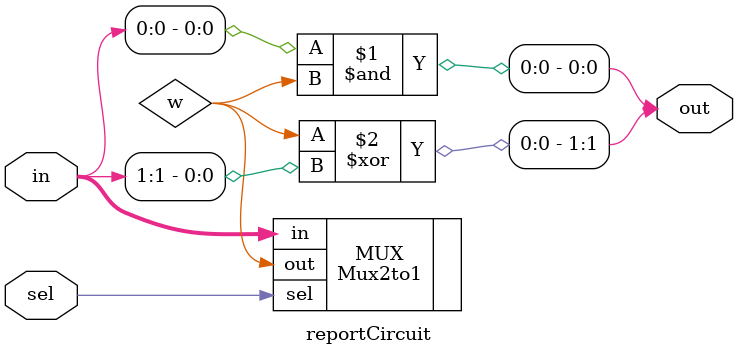
<source format=v>
`timescale 1ns / 1ps


module reportCircuit(
input [1:0]in,
input sel,
output [1:0]out
    );
    wire w;
    
    Mux2to1 MUX(.in(in[1:0]),.sel(sel),.out(w));
    and And(out[0],in[0],w);
    xor Xor(out[1],w,in[1]);
endmodule

</source>
